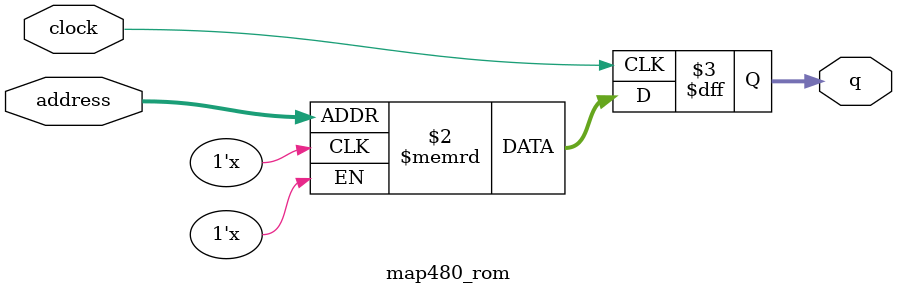
<source format=sv>
module map480_rom (
	input logic clock,
	input logic [17:0] address,
	output logic [3:0] q
);

logic [3:0] memory [0:153599] /* synthesis ram_init_file = "./map480/map480.mif" */;

always_ff @ (posedge clock) begin
	q <= memory[address];
end

endmodule

</source>
